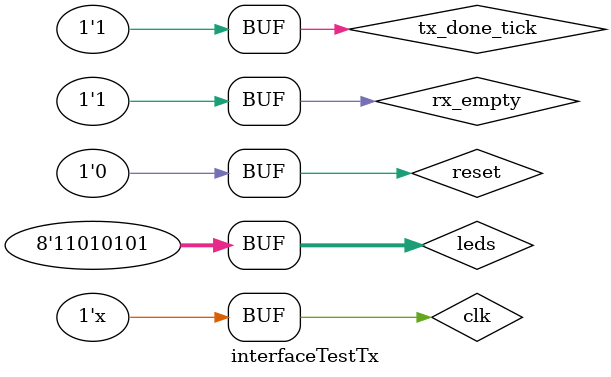
<source format=v>
`timescale 1ns / 1ps

module interfaceTestTx;

    wire signed[7:0] a, b, d_in; 
	reg [7:0] dout, leds;
	wire [5:0] op;
	reg wr, s_tick, rx_done_tick, tx_done_tick, tx_full, clk, reset, rx_empty;
    wire tx_start, rd;
    
    tx_interface int_tx (clk, reset,tx_done_tick, rx_empty, leds, d_in, tx_start, rd);

    always 
        begin
            #5 clk = ~clk;            
        end
     initial
        begin
            clk = 0;
            reset = 1;
            tx_done_tick = 0;
            leds = 213;
            rx_empty = 0;
            #20 reset = 0;          //#20
            
            #20 rx_empty = 1;          // 5 #40
            
            #20 tx_done_tick = 1;   // #60
            
        end

endmodule
</source>
